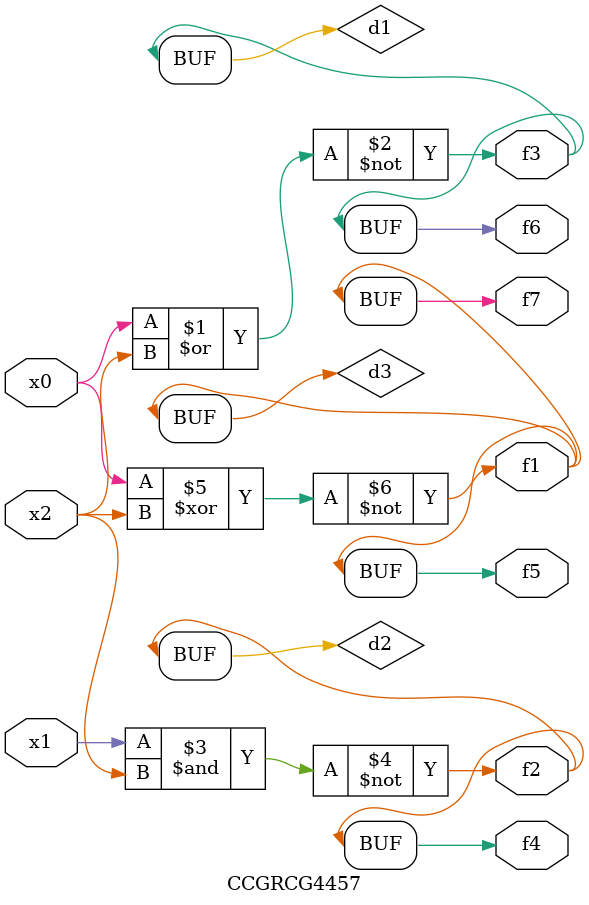
<source format=v>
module CCGRCG4457(
	input x0, x1, x2,
	output f1, f2, f3, f4, f5, f6, f7
);

	wire d1, d2, d3;

	nor (d1, x0, x2);
	nand (d2, x1, x2);
	xnor (d3, x0, x2);
	assign f1 = d3;
	assign f2 = d2;
	assign f3 = d1;
	assign f4 = d2;
	assign f5 = d3;
	assign f6 = d1;
	assign f7 = d3;
endmodule

</source>
